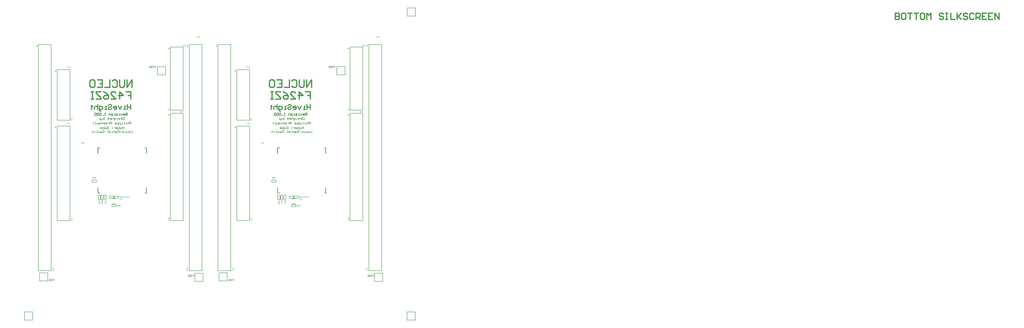
<source format=gbo>
G04*
G04 #@! TF.GenerationSoftware,Altium Limited,Altium Designer,20.1.11 (218)*
G04*
G04 Layer_Color=32896*
%FSLAX24Y24*%
%MOIN*%
G70*
G04*
G04 #@! TF.SameCoordinates,2582DA11-84A4-45EB-A450-3A0221363A72*
G04*
G04*
G04 #@! TF.FilePolarity,Positive*
G04*
G01*
G75*
%ADD13C,0.0200*%
%ADD14C,0.0100*%
%ADD21C,0.0080*%
%ADD80C,0.0197*%
%ADD83C,0.0157*%
%ADD143C,0.0050*%
%ADD145C,0.0098*%
%ADD148C,0.0060*%
%ADD149C,0.0070*%
%ADD153C,0.0047*%
%ADD288C,0.0090*%
D13*
X108975Y45592D02*
Y44592D01*
X109475D01*
X109642Y44759D01*
Y44925D01*
X109475Y45092D01*
X108975D01*
X109475D01*
X109642Y45259D01*
Y45425D01*
X109475Y45592D01*
X108975D01*
X110475D02*
X110141D01*
X109975Y45425D01*
Y44759D01*
X110141Y44592D01*
X110475D01*
X110641Y44759D01*
Y45425D01*
X110475Y45592D01*
X110975D02*
X111641D01*
X111308D01*
Y44592D01*
X111974Y45592D02*
X112641D01*
X112307D01*
Y44592D01*
X113474Y45592D02*
X113140D01*
X112974Y45425D01*
Y44759D01*
X113140Y44592D01*
X113474D01*
X113640Y44759D01*
Y45425D01*
X113474Y45592D01*
X113974Y44592D02*
Y45592D01*
X114307Y45259D01*
X114640Y45592D01*
Y44592D01*
X116639Y45425D02*
X116473Y45592D01*
X116140D01*
X115973Y45425D01*
Y45259D01*
X116140Y45092D01*
X116473D01*
X116639Y44925D01*
Y44759D01*
X116473Y44592D01*
X116140D01*
X115973Y44759D01*
X116973Y45592D02*
X117306D01*
X117139D01*
Y44592D01*
X116973D01*
X117306D01*
X117806Y45592D02*
Y44592D01*
X118472D01*
X118805Y45592D02*
Y44592D01*
Y44925D01*
X119472Y45592D01*
X118972Y45092D01*
X119472Y44592D01*
X120471Y45425D02*
X120305Y45592D01*
X119972D01*
X119805Y45425D01*
Y45259D01*
X119972Y45092D01*
X120305D01*
X120471Y44925D01*
Y44759D01*
X120305Y44592D01*
X119972D01*
X119805Y44759D01*
X121471Y45425D02*
X121305Y45592D01*
X120971D01*
X120805Y45425D01*
Y44759D01*
X120971Y44592D01*
X121305D01*
X121471Y44759D01*
X121804Y44592D02*
Y45592D01*
X122304D01*
X122471Y45425D01*
Y45092D01*
X122304Y44925D01*
X121804D01*
X122138D02*
X122471Y44592D01*
X123470Y45592D02*
X122804D01*
Y44592D01*
X123470D01*
X122804Y45092D02*
X123137D01*
X124470Y45592D02*
X123804D01*
Y44592D01*
X124470D01*
X123804Y45092D02*
X124137D01*
X124803Y44592D02*
Y45592D01*
X125470Y44592D01*
Y45592D01*
D14*
X-10163Y23258D02*
Y24126D01*
X-10376D02*
X-10163D01*
X-17845Y23258D02*
Y24126D01*
X-17501D01*
X-17865Y23258D02*
Y24126D01*
X-17521D01*
X-10163Y16903D02*
Y17772D01*
X-10376Y16903D02*
X-10163D01*
X-17845Y23258D02*
Y24126D01*
X-17501D01*
X-17845Y16903D02*
Y17772D01*
Y16903D02*
X-17501D01*
X18396Y23258D02*
Y24126D01*
X18184D02*
X18396D01*
X10714Y23258D02*
Y24126D01*
X11058D01*
X10694Y23258D02*
Y24126D01*
X11038D01*
X18396Y16903D02*
Y17772D01*
X18184Y16903D02*
X18396D01*
X10714Y23258D02*
Y24126D01*
X11058D01*
X10714Y16903D02*
Y17772D01*
Y16903D02*
X11058D01*
D21*
X-13587Y28982D02*
Y28623D01*
X-13767D01*
X-13827Y28682D01*
Y28922D01*
X-13767Y28982D01*
X-13587D01*
X-14127Y28623D02*
X-14007D01*
X-13947Y28682D01*
Y28802D01*
X-14007Y28862D01*
X-14127D01*
X-14187Y28802D01*
Y28742D01*
X-13947D01*
X-14307Y28623D02*
X-14487D01*
X-14547Y28682D01*
X-14487Y28742D01*
X-14367D01*
X-14307Y28802D01*
X-14367Y28862D01*
X-14547D01*
X-14667Y28623D02*
X-14787D01*
X-14727D01*
Y28862D01*
X-14667D01*
X-15087Y28503D02*
X-15147D01*
X-15207Y28563D01*
Y28862D01*
X-15027D01*
X-14967Y28802D01*
Y28682D01*
X-15027Y28623D01*
X-15207D01*
X-15327D02*
Y28862D01*
X-15507D01*
X-15567Y28802D01*
Y28623D01*
X-15866D02*
X-15746D01*
X-15687Y28682D01*
Y28802D01*
X-15746Y28862D01*
X-15866D01*
X-15926Y28802D01*
Y28742D01*
X-15687D01*
X-16286Y28982D02*
Y28623D01*
X-16106D01*
X-16046Y28682D01*
Y28802D01*
X-16106Y28862D01*
X-16286D01*
X-16766Y28982D02*
Y28623D01*
X-16946D01*
X-17006Y28682D01*
Y28742D01*
Y28802D01*
X-16946Y28862D01*
X-16766D01*
X-17126D02*
Y28682D01*
X-17186Y28623D01*
X-17366D01*
Y28563D01*
X-17306Y28503D01*
X-17246D01*
X-17366Y28623D02*
Y28862D01*
X-17486D02*
X-17546D01*
Y28802D01*
X-17486D01*
Y28862D01*
Y28682D02*
X-17546D01*
Y28623D01*
X-17486D01*
Y28682D01*
X-12568Y27879D02*
Y28239D01*
X-12747D01*
X-12807Y28179D01*
Y28059D01*
X-12747Y27999D01*
X-12568D01*
X-12927Y28239D02*
Y27879D01*
Y28059D01*
X-12987Y28119D01*
X-13107D01*
X-13167Y28059D01*
Y27879D01*
X-13287D02*
X-13407D01*
X-13347D01*
Y28119D01*
X-13287D01*
X-13587Y27879D02*
X-13707D01*
X-13647D01*
Y28239D01*
X-13587D01*
X-13887Y27879D02*
X-14007D01*
X-13947D01*
Y28119D01*
X-13887D01*
X-14187Y27759D02*
Y28119D01*
X-14367D01*
X-14427Y28059D01*
Y27939D01*
X-14367Y27879D01*
X-14187D01*
X-14547Y27759D02*
Y28119D01*
X-14727D01*
X-14787Y28059D01*
Y27939D01*
X-14727Y27879D01*
X-14547D01*
X-15087D02*
X-14967D01*
X-14907Y27939D01*
Y28059D01*
X-14967Y28119D01*
X-15087D01*
X-15147Y28059D01*
Y27999D01*
X-14907D01*
X-15627Y27879D02*
Y28119D01*
X-15746Y28239D01*
X-15866Y28119D01*
Y27879D01*
Y28059D01*
X-15627D01*
X-15986Y28119D02*
Y27879D01*
Y27999D01*
X-16046Y28059D01*
X-16106Y28119D01*
X-16166D01*
X-16346Y27879D02*
X-16526D01*
X-16586Y27939D01*
X-16526Y27999D01*
X-16406D01*
X-16346Y28059D01*
X-16406Y28119D01*
X-16586D01*
X-16886Y27879D02*
X-16766D01*
X-16706Y27939D01*
Y28059D01*
X-16766Y28119D01*
X-16886D01*
X-16946Y28059D01*
Y27999D01*
X-16706D01*
X-17066Y27879D02*
Y28119D01*
X-17246D01*
X-17306Y28059D01*
Y27879D01*
X-17486Y28119D02*
X-17606D01*
X-17666Y28059D01*
Y27879D01*
X-17486D01*
X-17426Y27939D01*
X-17486Y27999D01*
X-17666D01*
X-17786Y28119D02*
Y27939D01*
X-17846Y27879D01*
X-18026D01*
Y28119D01*
X-18146Y27879D02*
X-18266D01*
X-18206D01*
Y28239D01*
X-18146D01*
X-18506Y28179D02*
Y28119D01*
X-18446D01*
X-18566D01*
X-18506D01*
Y27939D01*
X-18566Y27879D01*
X-13677Y27495D02*
Y27135D01*
Y27315D01*
X-13917D01*
Y27495D01*
Y27135D01*
X-14037Y27375D02*
Y27195D01*
X-14097Y27135D01*
X-14277D01*
Y27375D01*
X-14397Y27495D02*
Y27135D01*
X-14577D01*
X-14637Y27195D01*
Y27255D01*
Y27315D01*
X-14577Y27375D01*
X-14397D01*
X-14937Y27135D02*
X-14817D01*
X-14757Y27195D01*
Y27315D01*
X-14817Y27375D01*
X-14937D01*
X-14997Y27315D01*
Y27255D01*
X-14757D01*
X-15117Y27375D02*
Y27135D01*
Y27255D01*
X-15177Y27315D01*
X-15237Y27375D01*
X-15297D01*
X-15537Y27435D02*
Y27375D01*
X-15477D01*
X-15597D01*
X-15537D01*
Y27195D01*
X-15597Y27135D01*
X-16136Y27495D02*
Y27135D01*
X-16316D01*
X-16376Y27195D01*
Y27435D01*
X-16316Y27495D01*
X-16136D01*
X-16496Y27375D02*
Y27195D01*
X-16556Y27135D01*
X-16736D01*
Y27375D01*
X-16856Y27495D02*
Y27135D01*
X-17036D01*
X-17096Y27195D01*
Y27255D01*
Y27315D01*
X-17036Y27375D01*
X-16856D01*
X-17396Y27135D02*
X-17276D01*
X-17216Y27195D01*
Y27315D01*
X-17276Y27375D01*
X-17396D01*
X-17456Y27315D01*
Y27255D01*
X-17216D01*
X-12358Y26871D02*
Y26511D01*
X-12598D01*
X-12777D02*
X-12897D01*
X-12957Y26571D01*
Y26691D01*
X-12897Y26751D01*
X-12777D01*
X-12717Y26691D01*
Y26571D01*
X-12777Y26511D01*
X-13077Y26751D02*
Y26571D01*
X-13137Y26511D01*
X-13317D01*
Y26751D01*
X-13437Y26511D02*
X-13557D01*
X-13497D01*
Y26751D01*
X-13437D01*
X-13737Y26511D02*
X-13917D01*
X-13977Y26571D01*
X-13917Y26631D01*
X-13797D01*
X-13737Y26691D01*
X-13797Y26751D01*
X-13977D01*
X-14097Y26691D02*
X-14337D01*
X-14457Y26871D02*
Y26511D01*
X-14637D01*
X-14697Y26571D01*
Y26811D01*
X-14637Y26871D01*
X-14457D01*
X-14877Y26751D02*
X-14997D01*
X-15057Y26691D01*
Y26511D01*
X-14877D01*
X-14817Y26571D01*
X-14877Y26631D01*
X-15057D01*
X-15177Y26511D02*
Y26751D01*
X-15357D01*
X-15417Y26691D01*
Y26511D01*
X-15537D02*
X-15657D01*
X-15597D01*
Y26751D01*
X-15537D01*
X-16016Y26511D02*
X-15896D01*
X-15836Y26571D01*
Y26691D01*
X-15896Y26751D01*
X-16016D01*
X-16076Y26691D01*
Y26631D01*
X-15836D01*
X-16196Y26511D02*
X-16316D01*
X-16256D01*
Y26871D01*
X-16196D01*
X-17096Y26811D02*
X-17036Y26871D01*
X-16916D01*
X-16856Y26811D01*
Y26571D01*
X-16916Y26511D01*
X-17036D01*
X-17096Y26571D01*
Y26691D01*
X-16976D01*
X-17276Y26751D02*
X-17396D01*
X-17456Y26691D01*
Y26511D01*
X-17276D01*
X-17216Y26571D01*
X-17276Y26631D01*
X-17456D01*
X-17576Y26751D02*
Y26571D01*
X-17636Y26511D01*
X-17816D01*
Y26751D01*
X-17936Y26511D02*
X-18056D01*
X-17996D01*
Y26871D01*
X-17936D01*
X-18236Y26511D02*
X-18356D01*
X-18296D01*
Y26751D01*
X-18236D01*
X-18536Y26511D02*
Y26751D01*
X-18716D01*
X-18776Y26691D01*
Y26511D01*
X14972Y28982D02*
Y28623D01*
X14792D01*
X14732Y28682D01*
Y28922D01*
X14792Y28982D01*
X14972D01*
X14432Y28623D02*
X14552D01*
X14612Y28682D01*
Y28802D01*
X14552Y28862D01*
X14432D01*
X14372Y28802D01*
Y28742D01*
X14612D01*
X14252Y28623D02*
X14072D01*
X14012Y28682D01*
X14072Y28742D01*
X14192D01*
X14252Y28802D01*
X14192Y28862D01*
X14012D01*
X13892Y28623D02*
X13772D01*
X13832D01*
Y28862D01*
X13892D01*
X13472Y28503D02*
X13412D01*
X13352Y28563D01*
Y28862D01*
X13532D01*
X13592Y28802D01*
Y28682D01*
X13532Y28623D01*
X13352D01*
X13232D02*
Y28862D01*
X13053D01*
X12993Y28802D01*
Y28623D01*
X12693D02*
X12813D01*
X12873Y28682D01*
Y28802D01*
X12813Y28862D01*
X12693D01*
X12633Y28802D01*
Y28742D01*
X12873D01*
X12273Y28982D02*
Y28623D01*
X12453D01*
X12513Y28682D01*
Y28802D01*
X12453Y28862D01*
X12273D01*
X11793Y28982D02*
Y28623D01*
X11613D01*
X11553Y28682D01*
Y28742D01*
Y28802D01*
X11613Y28862D01*
X11793D01*
X11433D02*
Y28682D01*
X11373Y28623D01*
X11193D01*
Y28563D01*
X11253Y28503D01*
X11313D01*
X11193Y28623D02*
Y28862D01*
X11073D02*
X11013D01*
Y28802D01*
X11073D01*
Y28862D01*
Y28682D02*
X11013D01*
Y28623D01*
X11073D01*
Y28682D01*
X15992Y27879D02*
Y28239D01*
X15812D01*
X15752Y28179D01*
Y28059D01*
X15812Y27999D01*
X15992D01*
X15632Y28239D02*
Y27879D01*
Y28059D01*
X15572Y28119D01*
X15452D01*
X15392Y28059D01*
Y27879D01*
X15272D02*
X15152D01*
X15212D01*
Y28119D01*
X15272D01*
X14972Y27879D02*
X14852D01*
X14912D01*
Y28239D01*
X14972D01*
X14672Y27879D02*
X14552D01*
X14612D01*
Y28119D01*
X14672D01*
X14372Y27759D02*
Y28119D01*
X14192D01*
X14132Y28059D01*
Y27939D01*
X14192Y27879D01*
X14372D01*
X14012Y27759D02*
Y28119D01*
X13832D01*
X13772Y28059D01*
Y27939D01*
X13832Y27879D01*
X14012D01*
X13472D02*
X13592D01*
X13652Y27939D01*
Y28059D01*
X13592Y28119D01*
X13472D01*
X13412Y28059D01*
Y27999D01*
X13652D01*
X12933Y27879D02*
Y28119D01*
X12813Y28239D01*
X12693Y28119D01*
Y27879D01*
Y28059D01*
X12933D01*
X12573Y28119D02*
Y27879D01*
Y27999D01*
X12513Y28059D01*
X12453Y28119D01*
X12393D01*
X12213Y27879D02*
X12033D01*
X11973Y27939D01*
X12033Y27999D01*
X12153D01*
X12213Y28059D01*
X12153Y28119D01*
X11973D01*
X11673Y27879D02*
X11793D01*
X11853Y27939D01*
Y28059D01*
X11793Y28119D01*
X11673D01*
X11613Y28059D01*
Y27999D01*
X11853D01*
X11493Y27879D02*
Y28119D01*
X11313D01*
X11253Y28059D01*
Y27879D01*
X11073Y28119D02*
X10953D01*
X10893Y28059D01*
Y27879D01*
X11073D01*
X11133Y27939D01*
X11073Y27999D01*
X10893D01*
X10773Y28119D02*
Y27939D01*
X10713Y27879D01*
X10533D01*
Y28119D01*
X10413Y27879D02*
X10293D01*
X10353D01*
Y28239D01*
X10413D01*
X10053Y28179D02*
Y28119D01*
X10113D01*
X9994D01*
X10053D01*
Y27939D01*
X9994Y27879D01*
X14882Y27495D02*
Y27135D01*
Y27315D01*
X14642D01*
Y27495D01*
Y27135D01*
X14522Y27375D02*
Y27195D01*
X14462Y27135D01*
X14282D01*
Y27375D01*
X14162Y27495D02*
Y27135D01*
X13982D01*
X13922Y27195D01*
Y27255D01*
Y27315D01*
X13982Y27375D01*
X14162D01*
X13622Y27135D02*
X13742D01*
X13802Y27195D01*
Y27315D01*
X13742Y27375D01*
X13622D01*
X13562Y27315D01*
Y27255D01*
X13802D01*
X13442Y27375D02*
Y27135D01*
Y27255D01*
X13382Y27315D01*
X13322Y27375D01*
X13262D01*
X13023Y27435D02*
Y27375D01*
X13082D01*
X12963D01*
X13023D01*
Y27195D01*
X12963Y27135D01*
X12423Y27495D02*
Y27135D01*
X12243D01*
X12183Y27195D01*
Y27435D01*
X12243Y27495D01*
X12423D01*
X12063Y27375D02*
Y27195D01*
X12003Y27135D01*
X11823D01*
Y27375D01*
X11703Y27495D02*
Y27135D01*
X11523D01*
X11463Y27195D01*
Y27255D01*
Y27315D01*
X11523Y27375D01*
X11703D01*
X11163Y27135D02*
X11283D01*
X11343Y27195D01*
Y27315D01*
X11283Y27375D01*
X11163D01*
X11103Y27315D01*
Y27255D01*
X11343D01*
X16201Y26871D02*
Y26511D01*
X15962D01*
X15782D02*
X15662D01*
X15602Y26571D01*
Y26691D01*
X15662Y26751D01*
X15782D01*
X15842Y26691D01*
Y26571D01*
X15782Y26511D01*
X15482Y26751D02*
Y26571D01*
X15422Y26511D01*
X15242D01*
Y26751D01*
X15122Y26511D02*
X15002D01*
X15062D01*
Y26751D01*
X15122D01*
X14822Y26511D02*
X14642D01*
X14582Y26571D01*
X14642Y26631D01*
X14762D01*
X14822Y26691D01*
X14762Y26751D01*
X14582D01*
X14462Y26691D02*
X14222D01*
X14102Y26871D02*
Y26511D01*
X13922D01*
X13862Y26571D01*
Y26811D01*
X13922Y26871D01*
X14102D01*
X13682Y26751D02*
X13562D01*
X13502Y26691D01*
Y26511D01*
X13682D01*
X13742Y26571D01*
X13682Y26631D01*
X13502D01*
X13382Y26511D02*
Y26751D01*
X13202D01*
X13142Y26691D01*
Y26511D01*
X13023D02*
X12903D01*
X12963D01*
Y26751D01*
X13023D01*
X12543Y26511D02*
X12663D01*
X12723Y26571D01*
Y26691D01*
X12663Y26751D01*
X12543D01*
X12483Y26691D01*
Y26631D01*
X12723D01*
X12363Y26511D02*
X12243D01*
X12303D01*
Y26871D01*
X12363D01*
X11463Y26811D02*
X11523Y26871D01*
X11643D01*
X11703Y26811D01*
Y26571D01*
X11643Y26511D01*
X11523D01*
X11463Y26571D01*
Y26691D01*
X11583D01*
X11283Y26751D02*
X11163D01*
X11103Y26691D01*
Y26511D01*
X11283D01*
X11343Y26571D01*
X11283Y26631D01*
X11103D01*
X10983Y26751D02*
Y26571D01*
X10923Y26511D01*
X10743D01*
Y26751D01*
X10623Y26511D02*
X10503D01*
X10563D01*
Y26871D01*
X10623D01*
X10323Y26511D02*
X10203D01*
X10263D01*
Y26751D01*
X10323D01*
X10023Y26511D02*
Y26751D01*
X9844D01*
X9784Y26691D01*
Y26511D01*
D80*
X-12411Y33763D02*
Y34944D01*
X-13198Y33763D01*
Y34944D01*
X-13592D02*
Y33960D01*
X-13789Y33763D01*
X-14182D01*
X-14379Y33960D01*
Y34944D01*
X-15560Y34747D02*
X-15363Y34944D01*
X-14969D01*
X-14773Y34747D01*
Y33960D01*
X-14969Y33763D01*
X-15363D01*
X-15560Y33960D01*
X-15953Y34944D02*
Y33763D01*
X-16740D01*
X-17921Y34944D02*
X-17134D01*
Y33763D01*
X-17921D01*
X-17134Y34354D02*
X-17528D01*
X-18905Y34944D02*
X-18512D01*
X-18315Y34747D01*
Y33960D01*
X-18512Y33763D01*
X-18905D01*
X-19102Y33960D01*
Y34747D01*
X-18905Y34944D01*
X-13395Y33055D02*
X-12608D01*
Y32464D01*
X-13001D01*
X-12608D01*
Y31874D01*
X-14379D02*
Y33055D01*
X-13789Y32464D01*
X-14576D01*
X-15756Y31874D02*
X-14969D01*
X-15756Y32661D01*
Y32858D01*
X-15560Y33055D01*
X-15166D01*
X-14969Y32858D01*
X-16937Y33055D02*
X-16544Y32858D01*
X-16150Y32464D01*
Y32071D01*
X-16347Y31874D01*
X-16740D01*
X-16937Y32071D01*
Y32267D01*
X-16740Y32464D01*
X-16150D01*
X-17331Y33055D02*
X-18118D01*
Y32858D01*
X-17331Y32071D01*
Y31874D01*
X-18118D01*
X-18512Y33055D02*
X-18905D01*
X-18708D01*
Y31874D01*
X-18512D01*
X-18905D01*
X16148Y33763D02*
Y34944D01*
X15361Y33763D01*
Y34944D01*
X14967D02*
Y33960D01*
X14770Y33763D01*
X14377D01*
X14180Y33960D01*
Y34944D01*
X12999Y34747D02*
X13196Y34944D01*
X13590D01*
X13787Y34747D01*
Y33960D01*
X13590Y33763D01*
X13196D01*
X12999Y33960D01*
X12606Y34944D02*
Y33763D01*
X11819D01*
X10638Y34944D02*
X11425D01*
Y33763D01*
X10638D01*
X11425Y34354D02*
X11032D01*
X9654Y34944D02*
X10048D01*
X10244Y34747D01*
Y33960D01*
X10048Y33763D01*
X9654D01*
X9457Y33960D01*
Y34747D01*
X9654Y34944D01*
X15164Y33055D02*
X15951D01*
Y32464D01*
X15558D01*
X15951D01*
Y31874D01*
X14180D02*
Y33055D01*
X14770Y32464D01*
X13983D01*
X12803Y31874D02*
X13590D01*
X12803Y32661D01*
Y32858D01*
X12999Y33055D01*
X13393D01*
X13590Y32858D01*
X11622Y33055D02*
X12015Y32858D01*
X12409Y32464D01*
Y32071D01*
X12212Y31874D01*
X11819D01*
X11622Y32071D01*
Y32267D01*
X11819Y32464D01*
X12409D01*
X11228Y33055D02*
X10441D01*
Y32858D01*
X11228Y32071D01*
Y31874D01*
X10441D01*
X10048Y33055D02*
X9654D01*
X9851D01*
Y31874D01*
X10048D01*
X9654D01*
D83*
X-12656Y31028D02*
Y30241D01*
Y30635D01*
X-13180D01*
Y31028D01*
Y30241D01*
X-13443D02*
X-13705D01*
X-13574D01*
Y30766D01*
X-13443D01*
X-14099D02*
X-14361Y30241D01*
X-14624Y30766D01*
X-15279Y30241D02*
X-15017D01*
X-14886Y30373D01*
Y30635D01*
X-15017Y30766D01*
X-15279D01*
X-15411Y30635D01*
Y30504D01*
X-14886D01*
X-16198Y30897D02*
X-16067Y31028D01*
X-15804D01*
X-15673Y30897D01*
Y30766D01*
X-15804Y30635D01*
X-16067D01*
X-16198Y30504D01*
Y30373D01*
X-16067Y30241D01*
X-15804D01*
X-15673Y30373D01*
X-16460Y30241D02*
X-16723D01*
X-16591D01*
Y30766D01*
X-16460D01*
X-17379Y29979D02*
X-17510D01*
X-17641Y30110D01*
Y30766D01*
X-17247D01*
X-17116Y30635D01*
Y30373D01*
X-17247Y30241D01*
X-17641D01*
X-17903Y31028D02*
Y30241D01*
Y30635D01*
X-18034Y30766D01*
X-18297D01*
X-18428Y30635D01*
Y30241D01*
X-18822Y30897D02*
Y30766D01*
X-18690D01*
X-18953D01*
X-18822D01*
Y30373D01*
X-18953Y30241D01*
X15903Y31028D02*
Y30241D01*
Y30635D01*
X15379D01*
Y31028D01*
Y30241D01*
X15116D02*
X14854D01*
X14985D01*
Y30766D01*
X15116D01*
X14460D02*
X14198Y30241D01*
X13936Y30766D01*
X13280Y30241D02*
X13542D01*
X13673Y30373D01*
Y30635D01*
X13542Y30766D01*
X13280D01*
X13148Y30635D01*
Y30504D01*
X13673D01*
X12361Y30897D02*
X12492Y31028D01*
X12755D01*
X12886Y30897D01*
Y30766D01*
X12755Y30635D01*
X12492D01*
X12361Y30504D01*
Y30373D01*
X12492Y30241D01*
X12755D01*
X12886Y30373D01*
X12099Y30241D02*
X11837D01*
X11968D01*
Y30766D01*
X12099D01*
X11181Y29979D02*
X11049D01*
X10918Y30110D01*
Y30766D01*
X11312D01*
X11443Y30635D01*
Y30373D01*
X11312Y30241D01*
X10918D01*
X10656Y31028D02*
Y30241D01*
Y30635D01*
X10525Y30766D01*
X10262D01*
X10131Y30635D01*
Y30241D01*
X9737Y30897D02*
Y30766D01*
X9869D01*
X9606D01*
X9737D01*
Y30373D01*
X9606Y30241D01*
D143*
X-28211Y-3344D02*
Y-2044D01*
X-29511Y-3344D02*
Y-2044D01*
X-28211D01*
X-29511Y-3344D02*
X-28211D01*
X32662Y45116D02*
Y46416D01*
X31362Y45116D02*
Y46416D01*
X32662D01*
X31362Y45116D02*
X32662D01*
X32605Y-3344D02*
Y-2044D01*
X31305Y-3344D02*
Y-2044D01*
X32605D01*
X31305Y-3344D02*
X32605D01*
X-2400Y2821D02*
Y4121D01*
X-1100Y2821D02*
Y4121D01*
X-2400Y2821D02*
X-1100D01*
X-2400Y4121D02*
X-1100D01*
X-8394Y35752D02*
Y37052D01*
X-7094Y35752D02*
Y37052D01*
X-8394Y35752D02*
X-7094D01*
X-8394Y37052D02*
X-7094D01*
X-27129Y2897D02*
Y4197D01*
X-25829Y2897D02*
Y4197D01*
X-27129Y2897D02*
X-25829D01*
X-27129Y4197D02*
X-25829D01*
X-15477Y15994D02*
X-15070Y15990D01*
X-15485Y15198D02*
X-15077Y15194D01*
X-15612Y14764D02*
X-14943D01*
X-15612Y15099D02*
X-14943D01*
X-15612Y14764D02*
Y15099D01*
X-14943Y14764D02*
Y15099D01*
X-15242Y16087D02*
X-14572D01*
X-15242Y16422D02*
X-14572D01*
X-15242Y16087D02*
Y16422D01*
X-14572Y16087D02*
Y16422D01*
X-15974D02*
X-15304D01*
X-15974Y16087D02*
X-15304D01*
Y16422D01*
X-15974Y16087D02*
Y16422D01*
X-18083Y18644D02*
Y18979D01*
X-18752Y18644D02*
Y18979D01*
X-18083D01*
X-18752Y18644D02*
X-18083D01*
X-16501Y15907D02*
Y16577D01*
X-16836Y15907D02*
Y16577D01*
Y15907D02*
X-16501D01*
X-16836Y16577D02*
X-16501D01*
X-17004Y15896D02*
Y16566D01*
X-17338Y15896D02*
Y16566D01*
Y15896D02*
X-17004D01*
X-17338Y16566D02*
X-17004D01*
X-17791Y15896D02*
X-17456D01*
X-17791Y16566D02*
X-17456D01*
Y15896D02*
Y16566D01*
X-17791Y15896D02*
Y16566D01*
X26159Y2821D02*
Y4121D01*
X27459Y2821D02*
Y4121D01*
X26159Y2821D02*
X27459D01*
X26159Y4121D02*
X27459D01*
X20165Y35752D02*
Y37052D01*
X21465Y35752D02*
Y37052D01*
X20165Y35752D02*
X21465D01*
X20165Y37052D02*
X21465D01*
X1430Y2897D02*
Y4197D01*
X2730Y2897D02*
Y4197D01*
X1430Y2897D02*
X2730D01*
X1430Y4197D02*
X2730D01*
X13082Y15994D02*
X13489Y15990D01*
X13074Y15198D02*
X13482Y15194D01*
X12947Y14764D02*
X13616D01*
X12947Y15099D02*
X13616D01*
X12947Y14764D02*
Y15099D01*
X13616Y14764D02*
Y15099D01*
X13317Y16087D02*
X13987D01*
X13317Y16422D02*
X13987D01*
X13317Y16087D02*
Y16422D01*
X13987Y16087D02*
Y16422D01*
X12586D02*
X13255D01*
X12586Y16087D02*
X13255D01*
Y16422D01*
X12586Y16087D02*
Y16422D01*
X10476Y18644D02*
Y18979D01*
X9807Y18644D02*
Y18979D01*
X10476D01*
X9807Y18644D02*
X10476D01*
X12058Y15907D02*
Y16577D01*
X11723Y15907D02*
Y16577D01*
Y15907D02*
X12058D01*
X11723Y16577D02*
X12058D01*
X11555Y15896D02*
Y16566D01*
X11221Y15896D02*
Y16566D01*
Y15896D02*
X11555D01*
X11221Y16566D02*
X11555D01*
X10768Y15896D02*
X11103D01*
X10768Y16566D02*
X11103D01*
Y15896D02*
Y16566D01*
X10768Y15896D02*
Y16566D01*
D145*
X-3506Y40359D02*
G03*
X-3506Y40359I-50J0D01*
G01*
X-6506Y39969D02*
G03*
X-6506Y39969I-50J0D01*
G01*
Y29369D02*
G03*
X-6506Y29369I-50J0D01*
G01*
X-24506Y36359D02*
G03*
X-24506Y36359I-50J0D01*
G01*
X-27506Y40359D02*
G03*
X-27506Y40359I-50J0D01*
G01*
X-24506Y27359D02*
G03*
X-24506Y27359I-50J0D01*
G01*
X25053Y40359D02*
G03*
X25053Y40359I-50J0D01*
G01*
X22053Y39969D02*
G03*
X22053Y39969I-50J0D01*
G01*
Y29369D02*
G03*
X22053Y29369I-50J0D01*
G01*
X4053Y36359D02*
G03*
X4053Y36359I-50J0D01*
G01*
X1053Y40359D02*
G03*
X1053Y40359I-50J0D01*
G01*
X4053Y27359D02*
G03*
X4053Y27359I-50J0D01*
G01*
D148*
X-2745Y3862D02*
X-2572D01*
Y3732D01*
X-2659D01*
X-2572D01*
Y3602D01*
X-2832Y3862D02*
X-2919D01*
X-2875D01*
Y3602D01*
X-2832D01*
X-2919D01*
X-3049Y3862D02*
Y3602D01*
X-3179D01*
X-3222Y3645D01*
Y3818D01*
X-3179Y3862D01*
X-3049D01*
X-3482Y3602D02*
X-3309D01*
X-3482Y3775D01*
Y3818D01*
X-3439Y3862D01*
X-3352D01*
X-3309Y3818D01*
X-8894Y37137D02*
X-8721D01*
Y37007D01*
X-8808D01*
X-8721D01*
Y36877D01*
X-8981Y37137D02*
X-9068D01*
X-9024D01*
Y36877D01*
X-8981D01*
X-9068D01*
X-9198Y37137D02*
Y36877D01*
X-9328D01*
X-9371Y36920D01*
Y37094D01*
X-9328Y37137D01*
X-9198D01*
X-9457Y37094D02*
X-9501Y37137D01*
X-9587D01*
X-9631Y37094D01*
Y37050D01*
X-9587Y37007D01*
X-9544D01*
X-9587D01*
X-9631Y36964D01*
Y36920D01*
X-9587Y36877D01*
X-9501D01*
X-9457Y36920D01*
X-24978Y3164D02*
X-24805D01*
Y3034D01*
X-24892D01*
X-24805D01*
Y2904D01*
X-25065Y3164D02*
X-25152D01*
X-25108D01*
Y2904D01*
X-25065D01*
X-25152D01*
X-25282Y3164D02*
Y2904D01*
X-25411D01*
X-25455Y2947D01*
Y3121D01*
X-25411Y3164D01*
X-25282D01*
X-25541Y2904D02*
X-25628D01*
X-25585D01*
Y3164D01*
X-25541Y3121D01*
X25814Y3862D02*
X25987D01*
Y3732D01*
X25900D01*
X25987D01*
Y3602D01*
X25727Y3862D02*
X25640D01*
X25684D01*
Y3602D01*
X25727D01*
X25640D01*
X25510Y3862D02*
Y3602D01*
X25380D01*
X25337Y3645D01*
Y3818D01*
X25380Y3862D01*
X25510D01*
X25077Y3602D02*
X25251D01*
X25077Y3775D01*
Y3818D01*
X25121Y3862D01*
X25207D01*
X25251Y3818D01*
X19665Y37137D02*
X19838D01*
Y37007D01*
X19751D01*
X19838D01*
Y36877D01*
X19578Y37137D02*
X19491D01*
X19535D01*
Y36877D01*
X19578D01*
X19491D01*
X19362Y37137D02*
Y36877D01*
X19232D01*
X19188Y36920D01*
Y37094D01*
X19232Y37137D01*
X19362D01*
X19102Y37094D02*
X19058Y37137D01*
X18972D01*
X18928Y37094D01*
Y37050D01*
X18972Y37007D01*
X19015D01*
X18972D01*
X18928Y36964D01*
Y36920D01*
X18972Y36877D01*
X19058D01*
X19102Y36920D01*
X3581Y3164D02*
X3754D01*
Y3034D01*
X3667D01*
X3754D01*
Y2904D01*
X3494Y3164D02*
X3408D01*
X3451D01*
Y2904D01*
X3494D01*
X3408D01*
X3278Y3164D02*
Y2904D01*
X3148D01*
X3104Y2947D01*
Y3121D01*
X3148Y3164D01*
X3278D01*
X3018Y2904D02*
X2931D01*
X2974D01*
Y3164D01*
X3018Y3121D01*
D149*
X-3300Y40591D02*
X-1269D01*
X-4269Y30128D02*
Y40198D01*
X-6300D02*
X-4269D01*
X-6300Y30128D02*
X-4269D01*
X-6300Y29618D02*
X-4269D01*
X-6300Y30128D02*
Y40198D01*
X-1269Y40591D02*
X-1269Y4508D01*
X-3300D02*
X-1269D01*
X-3300Y40591D02*
X-3300Y4508D01*
X-4269Y29618D02*
X-4269Y12518D01*
X-6300Y29618D02*
X-6300Y12518D01*
X-4269D01*
X-22269Y28518D02*
Y36588D01*
X-24300D02*
X-22269D01*
X-24300Y28518D02*
X-22269D01*
X-24300Y27588D02*
X-22269D01*
X-24300Y28518D02*
Y36588D01*
X-27300Y40588D02*
X-25269D01*
X-22269Y27588D02*
X-22269Y12518D01*
X-24300D02*
X-22269D01*
X-24300Y27588D02*
X-24300Y12518D01*
X-25269Y40588D02*
X-25269Y4508D01*
X-27300Y40588D02*
X-27300Y4508D01*
X-27300D02*
X-25269D01*
X25259Y40591D02*
X27290D01*
X24290Y30128D02*
Y40198D01*
X22259D02*
X24290D01*
X22259Y30128D02*
X24290D01*
X22259Y29618D02*
X24290D01*
X22259Y30128D02*
Y40198D01*
X27290Y40591D02*
X27290Y4508D01*
X25259D02*
X27290D01*
X25259Y40591D02*
X25259Y4508D01*
X24290Y29618D02*
X24290Y12518D01*
X22259Y29618D02*
X22259Y12518D01*
X24290D01*
X6290Y28518D02*
Y36588D01*
X4259D02*
X6290D01*
X4259Y28518D02*
X6290D01*
X4259Y27588D02*
X6290D01*
X4259Y28518D02*
Y36588D01*
X1259Y40588D02*
X3290D01*
X6290Y27588D02*
X6290Y12518D01*
X4259D02*
X6290D01*
X4259Y27588D02*
X4259Y12518D01*
X3290Y40588D02*
X3290Y4508D01*
X1259Y40588D02*
X1259Y4508D01*
X1259D02*
X3290D01*
D153*
X-3571Y4667D02*
X-3538Y4634D01*
Y4568D01*
X-3571Y4536D01*
X-3702D01*
X-3735Y4568D01*
Y4634D01*
X-3702Y4667D01*
X-3735Y4732D02*
Y4798D01*
Y4765D01*
X-3538D01*
X-3571Y4732D01*
X-3735Y5028D02*
Y4896D01*
X-3603Y5028D01*
X-3571D01*
X-3538Y4995D01*
Y4929D01*
X-3571Y4896D01*
X-24879Y4676D02*
X-24846Y4643D01*
Y4577D01*
X-24879Y4544D01*
X-25010D01*
X-25043Y4577D01*
Y4643D01*
X-25010Y4676D01*
X-25043Y4741D02*
Y4807D01*
Y4774D01*
X-24846D01*
X-24879Y4741D01*
X-25043Y4905D02*
Y4971D01*
Y4938D01*
X-24846D01*
X-24879Y4905D01*
X-6492Y30232D02*
X-6459Y30200D01*
Y30134D01*
X-6492Y30101D01*
X-6623D01*
X-6656Y30134D01*
Y30200D01*
X-6623Y30232D01*
X-6459Y30298D02*
Y30429D01*
X-6492D01*
X-6623Y30298D01*
X-6656D01*
X-6476Y12649D02*
X-6443Y12616D01*
Y12550D01*
X-6476Y12518D01*
X-6607D01*
X-6640Y12550D01*
Y12616D01*
X-6607Y12649D01*
X-6640Y12714D02*
Y12780D01*
Y12747D01*
X-6443D01*
X-6476Y12714D01*
Y12878D02*
X-6443Y12911D01*
Y12977D01*
X-6476Y13010D01*
X-6607D01*
X-6640Y12977D01*
Y12911D01*
X-6607Y12878D01*
X-6476D01*
X-21991Y28624D02*
X-21958Y28591D01*
Y28526D01*
X-21991Y28493D01*
X-22122D01*
X-22155Y28526D01*
Y28591D01*
X-22122Y28624D01*
X-21991Y28690D02*
X-21958Y28722D01*
Y28788D01*
X-21991Y28821D01*
X-22024D01*
X-22057Y28788D01*
X-22090Y28821D01*
X-22122D01*
X-22155Y28788D01*
Y28722D01*
X-22122Y28690D01*
X-22090D01*
X-22057Y28722D01*
X-22024Y28690D01*
X-21991D01*
X-22057Y28722D02*
Y28788D01*
X-21943Y12691D02*
X-21910Y12659D01*
Y12593D01*
X-21943Y12560D01*
X-22074D01*
X-22107Y12593D01*
Y12659D01*
X-22074Y12691D01*
Y12757D02*
X-22107Y12790D01*
Y12855D01*
X-22074Y12888D01*
X-21943D01*
X-21910Y12855D01*
Y12790D01*
X-21943Y12757D01*
X-21976D01*
X-22009Y12790D01*
Y12888D01*
X-14021Y16013D02*
X-14152Y15816D01*
Y16013D02*
X-14021Y15816D01*
X-14218Y15980D02*
X-14251Y16013D01*
X-14316D01*
X-14349Y15980D01*
Y15947D01*
X-14316Y15915D01*
X-14283D01*
X-14316D01*
X-14349Y15882D01*
Y15849D01*
X-14316Y15816D01*
X-14251D01*
X-14218Y15849D01*
X-18214Y19259D02*
Y19456D01*
X-18312D01*
X-18345Y19423D01*
Y19357D01*
X-18312Y19324D01*
X-18214D01*
X-18279D02*
X-18345Y19259D01*
X-18542Y19456D02*
X-18410D01*
Y19357D01*
X-18476Y19390D01*
X-18509D01*
X-18542Y19357D01*
Y19292D01*
X-18509Y19259D01*
X-18443D01*
X-18410Y19292D01*
X-18607Y19423D02*
X-18640Y19456D01*
X-18706D01*
X-18738Y19423D01*
Y19292D01*
X-18706Y19259D01*
X-18640D01*
X-18607Y19292D01*
Y19423D01*
X-17709Y15234D02*
X-17512D01*
Y15332D01*
X-17545Y15365D01*
X-17611D01*
X-17644Y15332D01*
Y15234D01*
Y15299D02*
X-17709Y15365D01*
X-17512Y15562D02*
Y15431D01*
X-17611D01*
X-17578Y15496D01*
Y15529D01*
X-17611Y15562D01*
X-17676D01*
X-17709Y15529D01*
Y15463D01*
X-17676Y15431D01*
X-17709Y15759D02*
Y15627D01*
X-17578Y15759D01*
X-17545D01*
X-17512Y15726D01*
Y15660D01*
X-17545Y15627D01*
X-20019Y25012D02*
Y24848D01*
X-20052Y24815D01*
X-20118D01*
X-20151Y24848D01*
Y25012D01*
X-20216Y24815D02*
X-20282D01*
X-20249D01*
Y25012D01*
X-20216Y24979D01*
X-20479Y24815D02*
Y25012D01*
X-20380Y24914D01*
X-20511D01*
X-14280Y14797D02*
Y14994D01*
X-14379D01*
X-14411Y14961D01*
Y14896D01*
X-14379Y14863D01*
X-14280D01*
X-14346D02*
X-14411Y14797D01*
X-14608Y14994D02*
X-14477D01*
Y14896D01*
X-14543Y14929D01*
X-14575D01*
X-14608Y14896D01*
Y14830D01*
X-14575Y14797D01*
X-14510D01*
X-14477Y14830D01*
X-14772Y14797D02*
Y14994D01*
X-14674Y14896D01*
X-14805D01*
X-17287Y15245D02*
X-17090D01*
Y15343D01*
X-17123Y15376D01*
X-17189D01*
X-17221Y15343D01*
Y15245D01*
Y15311D02*
X-17287Y15376D01*
Y15540D02*
X-17090D01*
X-17189Y15442D01*
Y15573D01*
X-17254Y15639D02*
X-17287Y15671D01*
Y15737D01*
X-17254Y15770D01*
X-17123D01*
X-17090Y15737D01*
Y15671D01*
X-17123Y15639D01*
X-17156D01*
X-17189Y15671D01*
Y15770D01*
X-16741Y15234D02*
X-16544D01*
Y15332D01*
X-16577Y15365D01*
X-16643D01*
X-16675Y15332D01*
Y15234D01*
Y15299D02*
X-16741Y15365D01*
Y15529D02*
X-16544D01*
X-16643Y15431D01*
Y15562D01*
X-16577Y15627D02*
X-16544Y15660D01*
Y15726D01*
X-16577Y15759D01*
X-16610D01*
X-16643Y15726D01*
X-16675Y15759D01*
X-16708D01*
X-16741Y15726D01*
Y15660D01*
X-16708Y15627D01*
X-16675D01*
X-16643Y15660D01*
X-16610Y15627D01*
X-16577D01*
X-16643Y15660D02*
Y15726D01*
X-13027Y16364D02*
X-12994Y16397D01*
X-12929D01*
X-12896Y16364D01*
Y16233D01*
X-12929Y16200D01*
X-12994D01*
X-13027Y16233D01*
X-13093Y16200D02*
X-13158D01*
X-13126D01*
Y16397D01*
X-13093Y16364D01*
X-13257Y16200D02*
X-13322D01*
X-13290D01*
Y16397D01*
X-13257Y16364D01*
X-13421D02*
X-13454Y16397D01*
X-13519D01*
X-13552Y16364D01*
Y16233D01*
X-13519Y16200D01*
X-13454D01*
X-13421Y16233D01*
Y16364D01*
X-13853D02*
X-13820Y16397D01*
X-13754D01*
X-13722Y16364D01*
Y16233D01*
X-13754Y16200D01*
X-13820D01*
X-13853Y16233D01*
X-13918Y16200D02*
X-13984D01*
X-13951D01*
Y16397D01*
X-13918Y16364D01*
X-14082D02*
X-14115Y16397D01*
X-14181D01*
X-14214Y16364D01*
Y16233D01*
X-14181Y16200D01*
X-14115D01*
X-14082Y16233D01*
Y16364D01*
X-14279Y16233D02*
X-14312Y16200D01*
X-14377D01*
X-14410Y16233D01*
Y16364D01*
X-14377Y16397D01*
X-14312D01*
X-14279Y16364D01*
Y16332D01*
X-14312Y16299D01*
X-14410D01*
X-1619Y41932D02*
Y41768D01*
X-1652Y41735D01*
X-1718D01*
X-1750Y41768D01*
Y41932D01*
X-1816Y41735D02*
X-1882D01*
X-1849D01*
Y41932D01*
X-1816Y41899D01*
X-1980D02*
X-2013Y41932D01*
X-2078D01*
X-2111Y41899D01*
Y41866D01*
X-2078Y41833D01*
X-2046D01*
X-2078D01*
X-2111Y41801D01*
Y41768D01*
X-2078Y41735D01*
X-2013D01*
X-1980Y41768D01*
X-4380Y29982D02*
X-4315D01*
X-4347D01*
Y29818D01*
X-4315Y29785D01*
X-4282D01*
X-4249Y29818D01*
X-4446Y29785D02*
X-4511D01*
X-4479D01*
Y29982D01*
X-4446Y29949D01*
X-4741Y29982D02*
X-4675Y29949D01*
X-4610Y29884D01*
Y29818D01*
X-4643Y29785D01*
X-4708D01*
X-4741Y29818D01*
Y29851D01*
X-4708Y29884D01*
X-4610D01*
X-22389Y28096D02*
X-22323D01*
X-22356D01*
Y27932D01*
X-22323Y27900D01*
X-22291D01*
X-22258Y27932D01*
X-22455Y27900D02*
X-22520D01*
X-22487D01*
Y28096D01*
X-22455Y28064D01*
X-22619Y28096D02*
X-22750D01*
Y28064D01*
X-22619Y27932D01*
Y27900D01*
X-3945Y40512D02*
X-3879D01*
X-3912D01*
Y40348D01*
X-3879Y40315D01*
X-3847D01*
X-3814Y40348D01*
X-4011Y40315D02*
X-4076D01*
X-4043D01*
Y40512D01*
X-4011Y40479D01*
X-4306Y40512D02*
X-4175D01*
Y40413D01*
X-4240Y40446D01*
X-4273D01*
X-4306Y40413D01*
Y40348D01*
X-4273Y40315D01*
X-4207D01*
X-4175Y40348D01*
X-22389Y37086D02*
X-22323D01*
X-22356D01*
Y36922D01*
X-22323Y36890D01*
X-22291D01*
X-22258Y36922D01*
X-22455Y36890D02*
X-22520D01*
X-22487D01*
Y37086D01*
X-22455Y37054D01*
X-22717Y36890D02*
Y37086D01*
X-22619Y36988D01*
X-22750D01*
X24988Y4667D02*
X25021Y4634D01*
Y4568D01*
X24988Y4536D01*
X24857D01*
X24824Y4568D01*
Y4634D01*
X24857Y4667D01*
X24824Y4732D02*
Y4798D01*
Y4765D01*
X25021D01*
X24988Y4732D01*
X24824Y5028D02*
Y4896D01*
X24956Y5028D01*
X24988D01*
X25021Y4995D01*
Y4929D01*
X24988Y4896D01*
X3680Y4676D02*
X3713Y4643D01*
Y4577D01*
X3680Y4544D01*
X3549D01*
X3516Y4577D01*
Y4643D01*
X3549Y4676D01*
X3516Y4741D02*
Y4807D01*
Y4774D01*
X3713D01*
X3680Y4741D01*
X3516Y4905D02*
Y4971D01*
Y4938D01*
X3713D01*
X3680Y4905D01*
X22067Y30232D02*
X22100Y30200D01*
Y30134D01*
X22067Y30101D01*
X21936D01*
X21903Y30134D01*
Y30200D01*
X21936Y30232D01*
X22100Y30298D02*
Y30429D01*
X22067D01*
X21936Y30298D01*
X21903D01*
X22083Y12649D02*
X22116Y12616D01*
Y12550D01*
X22083Y12518D01*
X21952D01*
X21919Y12550D01*
Y12616D01*
X21952Y12649D01*
X21919Y12714D02*
Y12780D01*
Y12747D01*
X22116D01*
X22083Y12714D01*
Y12878D02*
X22116Y12911D01*
Y12977D01*
X22083Y13010D01*
X21952D01*
X21919Y12977D01*
Y12911D01*
X21952Y12878D01*
X22083D01*
X6568Y28624D02*
X6601Y28591D01*
Y28526D01*
X6568Y28493D01*
X6437D01*
X6404Y28526D01*
Y28591D01*
X6437Y28624D01*
X6568Y28690D02*
X6601Y28722D01*
Y28788D01*
X6568Y28821D01*
X6535D01*
X6502Y28788D01*
X6470Y28821D01*
X6437D01*
X6404Y28788D01*
Y28722D01*
X6437Y28690D01*
X6470D01*
X6502Y28722D01*
X6535Y28690D01*
X6568D01*
X6502Y28722D02*
Y28788D01*
X6616Y12691D02*
X6649Y12659D01*
Y12593D01*
X6616Y12560D01*
X6485D01*
X6452Y12593D01*
Y12659D01*
X6485Y12691D01*
Y12757D02*
X6452Y12790D01*
Y12855D01*
X6485Y12888D01*
X6616D01*
X6649Y12855D01*
Y12790D01*
X6616Y12757D01*
X6583D01*
X6550Y12790D01*
Y12888D01*
X14538Y16013D02*
X14407Y15816D01*
Y16013D02*
X14538Y15816D01*
X14341Y15980D02*
X14308Y16013D01*
X14243D01*
X14210Y15980D01*
Y15947D01*
X14243Y15915D01*
X14276D01*
X14243D01*
X14210Y15882D01*
Y15849D01*
X14243Y15816D01*
X14308D01*
X14341Y15849D01*
X10345Y19259D02*
Y19456D01*
X10247D01*
X10214Y19423D01*
Y19357D01*
X10247Y19324D01*
X10345D01*
X10280D02*
X10214Y19259D01*
X10018Y19456D02*
X10149D01*
Y19357D01*
X10083Y19390D01*
X10050D01*
X10018Y19357D01*
Y19292D01*
X10050Y19259D01*
X10116D01*
X10149Y19292D01*
X9952Y19423D02*
X9919Y19456D01*
X9854D01*
X9821Y19423D01*
Y19292D01*
X9854Y19259D01*
X9919D01*
X9952Y19292D01*
Y19423D01*
X10850Y15234D02*
X11047D01*
Y15332D01*
X11014Y15365D01*
X10948D01*
X10916Y15332D01*
Y15234D01*
Y15299D02*
X10850Y15365D01*
X11047Y15562D02*
Y15431D01*
X10948D01*
X10981Y15496D01*
Y15529D01*
X10948Y15562D01*
X10883D01*
X10850Y15529D01*
Y15463D01*
X10883Y15431D01*
X10850Y15759D02*
Y15627D01*
X10981Y15759D01*
X11014D01*
X11047Y15726D01*
Y15660D01*
X11014Y15627D01*
X8540Y25012D02*
Y24848D01*
X8507Y24815D01*
X8441D01*
X8409Y24848D01*
Y25012D01*
X8343Y24815D02*
X8277D01*
X8310D01*
Y25012D01*
X8343Y24979D01*
X8081Y24815D02*
Y25012D01*
X8179Y24914D01*
X8048D01*
X14279Y14797D02*
Y14994D01*
X14180D01*
X14148Y14961D01*
Y14896D01*
X14180Y14863D01*
X14279D01*
X14213D02*
X14148Y14797D01*
X13951Y14994D02*
X14082D01*
Y14896D01*
X14016Y14929D01*
X13984D01*
X13951Y14896D01*
Y14830D01*
X13984Y14797D01*
X14049D01*
X14082Y14830D01*
X13787Y14797D02*
Y14994D01*
X13885Y14896D01*
X13754D01*
X11272Y15245D02*
X11469D01*
Y15343D01*
X11436Y15376D01*
X11370D01*
X11338Y15343D01*
Y15245D01*
Y15311D02*
X11272Y15376D01*
Y15540D02*
X11469D01*
X11370Y15442D01*
Y15573D01*
X11305Y15639D02*
X11272Y15671D01*
Y15737D01*
X11305Y15770D01*
X11436D01*
X11469Y15737D01*
Y15671D01*
X11436Y15639D01*
X11403D01*
X11370Y15671D01*
Y15770D01*
X11818Y15234D02*
X12015D01*
Y15332D01*
X11982Y15365D01*
X11916D01*
X11884Y15332D01*
Y15234D01*
Y15299D02*
X11818Y15365D01*
Y15529D02*
X12015D01*
X11916Y15431D01*
Y15562D01*
X11982Y15627D02*
X12015Y15660D01*
Y15726D01*
X11982Y15759D01*
X11949D01*
X11916Y15726D01*
X11884Y15759D01*
X11851D01*
X11818Y15726D01*
Y15660D01*
X11851Y15627D01*
X11884D01*
X11916Y15660D01*
X11949Y15627D01*
X11982D01*
X11916Y15660D02*
Y15726D01*
X15532Y16364D02*
X15565Y16397D01*
X15630D01*
X15663Y16364D01*
Y16233D01*
X15630Y16200D01*
X15565D01*
X15532Y16233D01*
X15466Y16200D02*
X15401D01*
X15433D01*
Y16397D01*
X15466Y16364D01*
X15302Y16200D02*
X15237D01*
X15269D01*
Y16397D01*
X15302Y16364D01*
X15138D02*
X15105Y16397D01*
X15040D01*
X15007Y16364D01*
Y16233D01*
X15040Y16200D01*
X15105D01*
X15138Y16233D01*
Y16364D01*
X14706D02*
X14739Y16397D01*
X14805D01*
X14838Y16364D01*
Y16233D01*
X14805Y16200D01*
X14739D01*
X14706Y16233D01*
X14641Y16200D02*
X14575D01*
X14608D01*
Y16397D01*
X14641Y16364D01*
X14477D02*
X14444Y16397D01*
X14378D01*
X14346Y16364D01*
Y16233D01*
X14378Y16200D01*
X14444D01*
X14477Y16233D01*
Y16364D01*
X14280Y16233D02*
X14247Y16200D01*
X14182D01*
X14149Y16233D01*
Y16364D01*
X14182Y16397D01*
X14247D01*
X14280Y16364D01*
Y16332D01*
X14247Y16299D01*
X14149D01*
X26940Y41932D02*
Y41768D01*
X26907Y41735D01*
X26842D01*
X26809Y41768D01*
Y41932D01*
X26743Y41735D02*
X26678D01*
X26710D01*
Y41932D01*
X26743Y41899D01*
X26579D02*
X26546Y41932D01*
X26481D01*
X26448Y41899D01*
Y41866D01*
X26481Y41833D01*
X26514D01*
X26481D01*
X26448Y41801D01*
Y41768D01*
X26481Y41735D01*
X26546D01*
X26579Y41768D01*
X24179Y29982D02*
X24244D01*
X24212D01*
Y29818D01*
X24244Y29785D01*
X24277D01*
X24310Y29818D01*
X24113Y29785D02*
X24048D01*
X24080D01*
Y29982D01*
X24113Y29949D01*
X23818Y29982D02*
X23884Y29949D01*
X23949Y29884D01*
Y29818D01*
X23916Y29785D01*
X23851D01*
X23818Y29818D01*
Y29851D01*
X23851Y29884D01*
X23949D01*
X6170Y28096D02*
X6236D01*
X6203D01*
Y27932D01*
X6236Y27900D01*
X6269D01*
X6301Y27932D01*
X6105Y27900D02*
X6039D01*
X6072D01*
Y28096D01*
X6105Y28064D01*
X5941Y28096D02*
X5809D01*
Y28064D01*
X5941Y27932D01*
Y27900D01*
X24614Y40512D02*
X24680D01*
X24647D01*
Y40348D01*
X24680Y40315D01*
X24712D01*
X24745Y40348D01*
X24548Y40315D02*
X24483D01*
X24516D01*
Y40512D01*
X24548Y40479D01*
X24253Y40512D02*
X24384D01*
Y40413D01*
X24319Y40446D01*
X24286D01*
X24253Y40413D01*
Y40348D01*
X24286Y40315D01*
X24352D01*
X24384Y40348D01*
X6170Y37086D02*
X6236D01*
X6203D01*
Y36922D01*
X6236Y36890D01*
X6269D01*
X6301Y36922D01*
X6105Y36890D02*
X6039D01*
X6072D01*
Y37086D01*
X6105Y37054D01*
X5842Y36890D02*
Y37086D01*
X5941Y36988D01*
X5809D01*
D288*
X-13179Y29296D02*
Y29696D01*
X-13379D01*
X-13446Y29629D01*
Y29496D01*
X-13379Y29429D01*
X-13179D01*
X-13312D02*
X-13446Y29296D01*
X-13779D02*
X-13646D01*
X-13579Y29363D01*
Y29496D01*
X-13646Y29563D01*
X-13779D01*
X-13845Y29496D01*
Y29429D01*
X-13579D01*
X-13979Y29563D02*
X-14112Y29296D01*
X-14245Y29563D01*
X-14379Y29296D02*
X-14512D01*
X-14445D01*
Y29563D01*
X-14379D01*
X-14712Y29296D02*
X-14912D01*
X-14978Y29363D01*
X-14912Y29429D01*
X-14778D01*
X-14712Y29496D01*
X-14778Y29563D01*
X-14978D01*
X-15112Y29296D02*
X-15245D01*
X-15178D01*
Y29563D01*
X-15112D01*
X-15512Y29296D02*
X-15645D01*
X-15712Y29363D01*
Y29496D01*
X-15645Y29563D01*
X-15512D01*
X-15445Y29496D01*
Y29363D01*
X-15512Y29296D01*
X-15845D02*
Y29563D01*
X-16045D01*
X-16111Y29496D01*
Y29296D01*
X-16645D02*
X-16778D01*
X-16711D01*
Y29696D01*
X-16645Y29629D01*
X-16978Y29296D02*
Y29363D01*
X-17044D01*
Y29296D01*
X-16978D01*
X-17311Y29629D02*
X-17378Y29696D01*
X-17511D01*
X-17578Y29629D01*
Y29363D01*
X-17511Y29296D01*
X-17378D01*
X-17311Y29363D01*
Y29629D01*
X-17711D02*
X-17778Y29696D01*
X-17911D01*
X-17977Y29629D01*
Y29363D01*
X-17911Y29296D01*
X-17778D01*
X-17711Y29363D01*
Y29629D01*
X-18111D02*
X-18177Y29696D01*
X-18311D01*
X-18377Y29629D01*
Y29363D01*
X-18311Y29296D01*
X-18177D01*
X-18111Y29363D01*
Y29629D01*
X15380Y29296D02*
Y29696D01*
X15180D01*
X15113Y29629D01*
Y29496D01*
X15180Y29429D01*
X15380D01*
X15247D02*
X15113Y29296D01*
X14780D02*
X14914D01*
X14980Y29363D01*
Y29496D01*
X14914Y29563D01*
X14780D01*
X14714Y29496D01*
Y29429D01*
X14980D01*
X14580Y29563D02*
X14447Y29296D01*
X14314Y29563D01*
X14180Y29296D02*
X14047D01*
X14114D01*
Y29563D01*
X14180D01*
X13847Y29296D02*
X13647D01*
X13581Y29363D01*
X13647Y29429D01*
X13781D01*
X13847Y29496D01*
X13781Y29563D01*
X13581D01*
X13447Y29296D02*
X13314D01*
X13381D01*
Y29563D01*
X13447D01*
X13047Y29296D02*
X12914D01*
X12848Y29363D01*
Y29496D01*
X12914Y29563D01*
X13047D01*
X13114Y29496D01*
Y29363D01*
X13047Y29296D01*
X12714D02*
Y29563D01*
X12514D01*
X12448Y29496D01*
Y29296D01*
X11915D02*
X11781D01*
X11848D01*
Y29696D01*
X11915Y29629D01*
X11581Y29296D02*
Y29363D01*
X11515D01*
Y29296D01*
X11581D01*
X11248Y29629D02*
X11181Y29696D01*
X11048D01*
X10981Y29629D01*
Y29363D01*
X11048Y29296D01*
X11181D01*
X11248Y29363D01*
Y29629D01*
X10848D02*
X10782Y29696D01*
X10648D01*
X10582Y29629D01*
Y29363D01*
X10648Y29296D01*
X10782D01*
X10848Y29363D01*
Y29629D01*
X10448D02*
X10382Y29696D01*
X10248D01*
X10182Y29629D01*
Y29363D01*
X10248Y29296D01*
X10382D01*
X10448Y29363D01*
Y29629D01*
M02*

</source>
